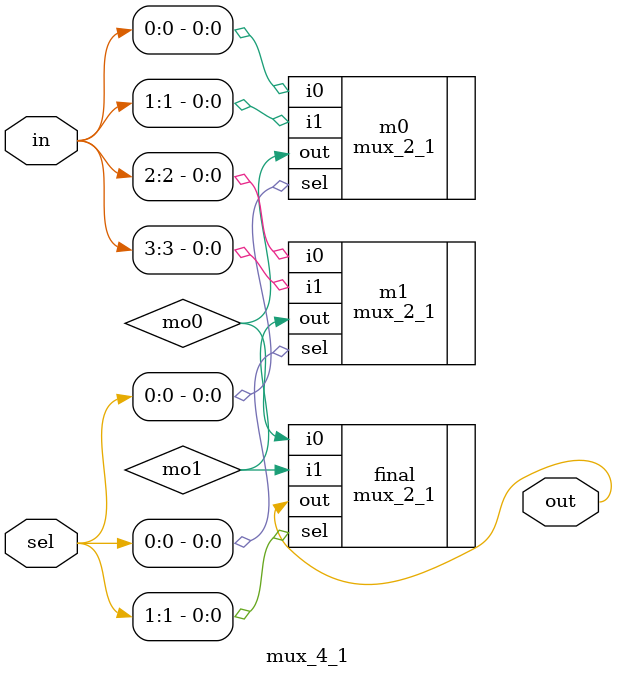
<source format=v>
`timescale 1ns / 1ps


module mux_4_1(sel, in, out);
    input [1:0] sel;
    input [3:0] in;
    output out;
    
    wire mo0, mo1;
    
    mux_2_1 m0 (.sel(sel[0]), .i0(in[0]), .i1(in[1]), .out(mo0));
    mux_2_1 m1 (.sel(sel[0]), .i0(in[2]), .i1(in[3]), .out(mo1));
    mux_2_1 final (.sel(sel[1]), .i0(mo0), .i1(mo1), .out(out));
    
endmodule

</source>
